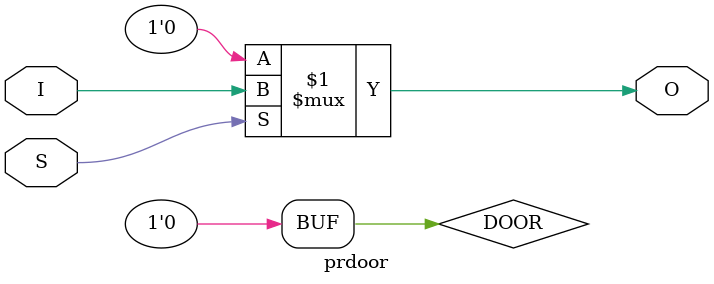
<source format=v>
`timescale 1 ns / 1 ps

module prdoor #(
  parameter WIDTH   = 1,
  parameter vDOOR   = {WIDTH{1'b0}}
)
(
  input   wire  [WIDTH  - 1 : 0]  I,
  input   wire                    S,
  output  wire  [WIDTH  - 1 : 0]  O
);

wire [WIDTH - 1 : 0] DOOR;
assign DOOR = vDOOR;
assign O = S ? I : DOOR;

endmodule

</source>
